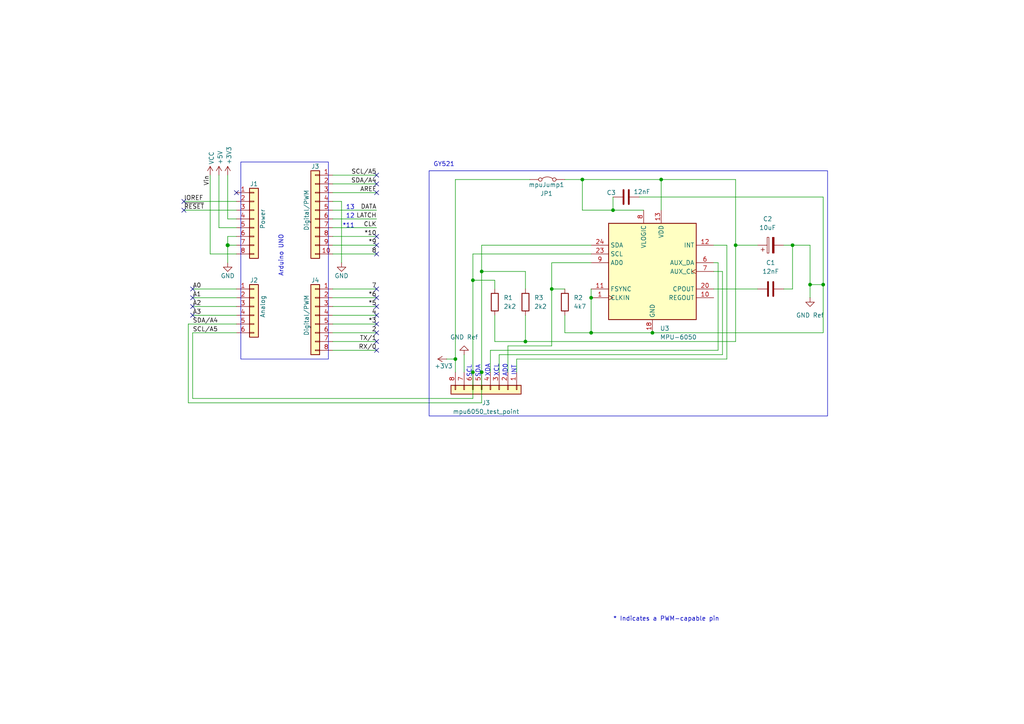
<source format=kicad_sch>
(kicad_sch (version 20231120) (generator "eeschema") (generator_version "8.0")
  (paper "A4")
  (title_block (date "mar. 31 mars 2015"))
  (lib_symbols
    (symbol "+3V3_1" (power) (pin_numbers hide) (pin_names (offset 0) hide)
      (property "Value" "+3V3" (at 0 3.556 0))
      (symbol "+3V3_1_0_1"
        (polyline (pts (xy -0.762 1.27) (xy 0 2.54)))
        (polyline (pts (xy 0 0) (xy 0 2.54)))
        (polyline (pts (xy 0 2.54) (xy 0.762 1.27)))
      )
      (symbol "+3V3_1_1_1"
        (pin power_in line (at 0 0 90) (length 0) (name "~") (number "1"))
      )
    )
    (symbol "Connector_Generic:Conn_01x06" (pin_names (offset 1.016) hide)
      (property "Reference" "J" (at 0 7.62 0))
      (property "Value" "Conn_01x06" (at 0 -10.16 0))
      (symbol "Conn_01x06_1_1"
        (rectangle (start -1.27 -7.493) (end 0 -7.747) (stroke (width 0.1524)))
        (rectangle (start -1.27 -4.953) (end 0 -5.207) (stroke (width 0.1524)))
        (rectangle (start -1.27 -2.413) (end 0 -2.667) (stroke (width 0.1524)))
        (rectangle (start -1.27 0.127) (end 0 -0.127) (stroke (width 0.1524)))
        (rectangle (start -1.27 2.667) (end 0 2.413) (stroke (width 0.1524)))
        (rectangle (start -1.27 5.207) (end 0 4.953) (stroke (width 0.1524)))
        (rectangle (start -1.27 6.35) (end 1.27 -8.89) (stroke (width 0.254)) (fill (type background)))
        (pin passive line (at -5.08 5.08 0) (length 3.81) (name "Pin_1") (number "1"))
        (pin passive line (at -5.08 2.54 0) (length 3.81) (name "Pin_2") (number "2"))
        (pin passive line (at -5.08 0 0) (length 3.81) (name "Pin_3") (number "3"))
        (pin passive line (at -5.08 -2.54 0) (length 3.81) (name "Pin_4") (number "4"))
        (pin passive line (at -5.08 -5.08 0) (length 3.81) (name "Pin_5") (number "5"))
        (pin passive line (at -5.08 -7.62 0) (length 3.81) (name "Pin_6") (number "6"))
      )
    )
    (symbol "Connector_Generic:Conn_01x08" (pin_names (offset 1.016) hide)
      (property "Reference" "J" (at 0 10.16 0))
      (property "Value" "Conn_01x08" (at 0 -12.7 0))
      (symbol "Conn_01x08_1_1"
        (rectangle (start -1.27 -10.033) (end 0 -10.287) (stroke (width 0.1524)))
        (rectangle (start -1.27 -7.493) (end 0 -7.747) (stroke (width 0.1524)))
        (rectangle (start -1.27 -4.953) (end 0 -5.207) (stroke (width 0.1524)))
        (rectangle (start -1.27 -2.413) (end 0 -2.667) (stroke (width 0.1524)))
        (rectangle (start -1.27 0.127) (end 0 -0.127) (stroke (width 0.1524)))
        (rectangle (start -1.27 2.667) (end 0 2.413) (stroke (width 0.1524)))
        (rectangle (start -1.27 5.207) (end 0 4.953) (stroke (width 0.1524)))
        (rectangle (start -1.27 7.747) (end 0 7.493) (stroke (width 0.1524)))
        (rectangle (start -1.27 8.89) (end 1.27 -11.43) (stroke (width 0.254)) (fill (type background)))
        (pin passive line (at -5.08 7.62 0) (length 3.81) (name "Pin_1") (number "1"))
        (pin passive line (at -5.08 5.08 0) (length 3.81) (name "Pin_2") (number "2"))
        (pin passive line (at -5.08 2.54 0) (length 3.81) (name "Pin_3") (number "3"))
        (pin passive line (at -5.08 0 0) (length 3.81) (name "Pin_4") (number "4"))
        (pin passive line (at -5.08 -2.54 0) (length 3.81) (name "Pin_5") (number "5"))
        (pin passive line (at -5.08 -5.08 0) (length 3.81) (name "Pin_6") (number "6"))
        (pin passive line (at -5.08 -7.62 0) (length 3.81) (name "Pin_7") (number "7"))
        (pin passive line (at -5.08 -10.16 0) (length 3.81) (name "Pin_8") (number "8"))
      )
    )
    (symbol "Connector_Generic:Conn_01x10" (pin_names (offset 1.016) hide)
      (property "Reference" "J" (at 0 12.7 0))
      (property "Value" "Conn_01x10" (at 0 -15.24 0))
      (symbol "Conn_01x10_1_1"
        (rectangle (start -1.27 -12.573) (end 0 -12.827) (stroke (width 0.1524)))
        (rectangle (start -1.27 -10.033) (end 0 -10.287) (stroke (width 0.1524)))
        (rectangle (start -1.27 -7.493) (end 0 -7.747) (stroke (width 0.1524)))
        (rectangle (start -1.27 -4.953) (end 0 -5.207) (stroke (width 0.1524)))
        (rectangle (start -1.27 -2.413) (end 0 -2.667) (stroke (width 0.1524)))
        (rectangle (start -1.27 0.127) (end 0 -0.127) (stroke (width 0.1524)))
        (rectangle (start -1.27 2.667) (end 0 2.413) (stroke (width 0.1524)))
        (rectangle (start -1.27 5.207) (end 0 4.953) (stroke (width 0.1524)))
        (rectangle (start -1.27 7.747) (end 0 7.493) (stroke (width 0.1524)))
        (rectangle (start -1.27 10.287) (end 0 10.033) (stroke (width 0.1524)))
        (rectangle (start -1.27 11.43) (end 1.27 -13.97) (stroke (width 0.254)) (fill (type background)))
        (pin passive line (at -5.08 10.16 0) (length 3.81) (name "Pin_1") (number "1"))
        (pin passive line (at -5.08 -12.7 0) (length 3.81) (name "Pin_10") (number "10"))
        (pin passive line (at -5.08 7.62 0) (length 3.81) (name "Pin_2") (number "2"))
        (pin passive line (at -5.08 5.08 0) (length 3.81) (name "Pin_3") (number "3"))
        (pin passive line (at -5.08 2.54 0) (length 3.81) (name "Pin_4") (number "4"))
        (pin passive line (at -5.08 0 0) (length 3.81) (name "Pin_5") (number "5"))
        (pin passive line (at -5.08 -2.54 0) (length 3.81) (name "Pin_6") (number "6"))
        (pin passive line (at -5.08 -5.08 0) (length 3.81) (name "Pin_7") (number "7"))
        (pin passive line (at -5.08 -7.62 0) (length 3.81) (name "Pin_8") (number "8"))
        (pin passive line (at -5.08 -10.16 0) (length 3.81) (name "Pin_9") (number "9"))
      )
    )
    (symbol "Device:C" (pin_numbers hide) (pin_names (offset 0.254))
      (property "Reference" "C" (at 0.635 2.54 0))
      (property "Value" "C" (at 0.635 -2.54 0))
      (symbol "C_0_1"
        (polyline (pts (xy -2.032 -0.762) (xy 2.032 -0.762)) (stroke (width 0.508)))
        (polyline (pts (xy -2.032 0.762) (xy 2.032 0.762)) (stroke (width 0.508)))
      )
      (symbol "C_1_1"
        (pin passive line (at 0 3.81 270) (length 2.794) (name "~") (number "1"))
        (pin passive line (at 0 -3.81 90) (length 2.794) (name "~") (number "2"))
      )
    )
    (symbol "Device:C_Polarized" (pin_numbers hide) (pin_names (offset 0.254))
      (property "Reference" "C" (at 0.635 2.54 0))
      (property "Value" "C_Polarized" (at 0.635 -2.54 0))
      (symbol "C_Polarized_0_1"
        (rectangle (start -2.286 0.508) (end 2.286 1.016))
        (polyline (pts (xy -1.778 2.286) (xy -0.762 2.286)))
        (polyline (pts (xy -1.27 2.794) (xy -1.27 1.778)))
        (rectangle (start 2.286 -0.508) (end -2.286 -1.016) (fill (type outline)))
      )
      (symbol "C_Polarized_1_1"
        (pin passive line (at 0 3.81 270) (length 2.794) (name "~") (number "1"))
        (pin passive line (at 0 -3.81 90) (length 2.794) (name "~") (number "2"))
      )
    )
    (symbol "Device:R" (pin_numbers hide) (pin_names (offset 0))
      (property "Reference" "R" (at 2.032 0 90))
      (property "Value" "R" (at 0 0 90))
      (symbol "R_0_1"
        (rectangle (start -1.016 -2.54) (end 1.016 2.54) (stroke (width 0.254)))
      )
      (symbol "R_1_1"
        (pin passive line (at 0 3.81 270) (length 1.27) (name "~") (number "1"))
        (pin passive line (at 0 -3.81 90) (length 1.27) (name "~") (number "2"))
      )
    )
    (symbol "GND_1" (power) (pin_numbers hide) (pin_names (offset 0) hide)
      (property "Value" "GND" (at 0 -3.81 0))
      (symbol "GND_1_0_1"
        (polyline (pts (xy 0 0) (xy 0 -1.27) (xy 1.27 -1.27) (xy 0 -2.54) (xy -1.27 -1.27) (xy 0 -1.27)))
      )
      (symbol "GND_1_1_1"
        (pin power_in line (at 0 0 270) (length 0) (name "~") (number "1"))
      )
    )
    (symbol "Jumper:Jumper_2_Bridged" (pin_numbers hide) (pin_names (offset 0) hide) (exclude_from_sim yes)
      (property "Reference" "JP" (at 0 1.905 0))
      (property "Value" "Jumper_2_Bridged" (at 0 -2.54 0))
      (symbol "Jumper_2_Bridged_0_0"
        (circle (center -2.032 0) (radius 0.508))
        (circle (center 2.032 0) (radius 0.508))
      )
      (symbol "Jumper_2_Bridged_0_1"
        (arc (start 1.524 0.254) (mid 0 0.762) (end -1.524 0.254))
      )
      (symbol "Jumper_2_Bridged_1_1"
        (pin passive line (at -5.08 0 0) (length 2.54) (name "A") (number "1"))
        (pin passive line (at 5.08 0 180) (length 2.54) (name "B") (number "2"))
      )
    )
    (symbol "Sensor_Motion:MPU-6050"
      (property "Reference" "U" (at -11.43 13.97 0))
      (property "Value" "MPU-6050" (at 7.62 -15.24 0))
      (symbol "MPU-6050_0_0"
        (text "" (at 12.7 -2.54 0) (effects (font (size 1.27 1.27))))
      )
      (symbol "MPU-6050_0_1"
        (rectangle (start -12.7 13.97) (end 12.7 -13.97) (stroke (width 0.254)) (fill (type background)))
      )
      (symbol "MPU-6050_1_1"
        (pin input clock (at -17.78 -7.62 0) (length 5.08) (name "CLKIN") (number "1"))
        (pin passive line (at 17.78 -7.62 180) (length 5.08) (name "REGOUT") (number "10"))
        (pin input line (at -17.78 -5.08 0) (length 5.08) (name "FSYNC") (number "11"))
        (pin output line (at 17.78 7.62 180) (length 5.08) (name "INT") (number "12"))
        (pin power_in line (at 2.54 17.78 270) (length 3.81) (name "VDD") (number "13"))
        (pin no_connect line (at -12.7 -10.16 0) (length 2.54) hide (name "NC") (number "14"))
        (pin no_connect line (at 12.7 12.7 180) (length 2.54) hide (name "NC") (number "15"))
        (pin no_connect line (at 12.7 10.16 180) (length 2.54) hide (name "NC") (number "16"))
        (pin no_connect line (at 12.7 5.08 180) (length 2.54) hide (name "NC") (number "17"))
        (pin power_in line (at 0 -17.78 90) (length 3.81) (name "GND") (number "18"))
        (pin no_connect line (at 12.7 -10.16 180) (length 2.54) hide (name "RESV") (number "19"))
        (pin no_connect line (at -12.7 12.7 0) (length 2.54) hide (name "NC") (number "2"))
        (pin passive line (at 17.78 -5.08 180) (length 5.08) (name "CPOUT") (number "20"))
        (pin no_connect line (at 12.7 -2.54 180) (length 2.54) hide (name "RESV") (number "21"))
        (pin no_connect line (at 12.7 -12.7 180) (length 2.54) hide (name "RESV") (number "22"))
        (pin input line (at -17.78 5.08 0) (length 5.08) (name "SCL") (number "23"))
        (pin bidirectional line (at -17.78 7.62 0) (length 5.08) (name "SDA") (number "24"))
        (pin no_connect line (at -12.7 10.16 0) (length 2.54) hide (name "NC") (number "3"))
        (pin no_connect line (at -12.7 0 0) (length 2.54) hide (name "NC") (number "4"))
        (pin no_connect line (at -12.7 -2.54 0) (length 2.54) hide (name "NC") (number "5"))
        (pin bidirectional line (at 17.78 2.54 180) (length 5.08) (name "AUX_DA") (number "6"))
        (pin output clock (at 17.78 0 180) (length 5.08) (name "AUX_CL") (number "7"))
        (pin power_in line (at -2.54 17.78 270) (length 3.81) (name "VLOGIC") (number "8"))
        (pin input line (at -17.78 2.54 0) (length 5.08) (name "AD0") (number "9"))
      )
    )
    (symbol "power:+3V3" (power) (pin_names (offset 0))
      (property "Value" "+3V3" (at 0 3.556 0))
      (symbol "+3V3_0_1"
        (polyline (pts (xy -0.762 1.27) (xy 0 2.54)))
        (polyline (pts (xy 0 0) (xy 0 2.54)))
        (polyline (pts (xy 0 2.54) (xy 0.762 1.27)))
      )
      (symbol "+3V3_1_1"
        (pin power_in line (at 0 0 90) (length 0) hide (name "+3V3") (number "1"))
      )
    )
    (symbol "power:+5V" (power) (pin_names (offset 0))
      (property "Value" "+5V" (at 0 3.556 0))
      (symbol "+5V_0_1"
        (polyline (pts (xy -0.762 1.27) (xy 0 2.54)))
        (polyline (pts (xy 0 0) (xy 0 2.54)))
        (polyline (pts (xy 0 2.54) (xy 0.762 1.27)))
      )
      (symbol "+5V_1_1"
        (pin power_in line (at 0 0 90) (length 0) hide (name "+5V") (number "1"))
      )
    )
    (symbol "power:GND" (power) (pin_names (offset 0))
      (property "Value" "GND" (at 0 -3.81 0))
      (symbol "GND_0_1"
        (polyline (pts (xy 0 0) (xy 0 -1.27) (xy 1.27 -1.27) (xy 0 -2.54) (xy -1.27 -1.27) (xy 0 -1.27)))
      )
      (symbol "GND_1_1"
        (pin power_in line (at 0 0 270) (length 0) hide (name "GND") (number "1"))
      )
    )
    (symbol "power:VCC" (power) (pin_names (offset 0))
      (property "Value" "VCC" (at 0 3.81 0))
      (symbol "VCC_0_1"
        (polyline (pts (xy -0.762 1.27) (xy 0 2.54)))
        (polyline (pts (xy 0 0) (xy 0 2.54)))
        (polyline (pts (xy 0 2.54) (xy 0.762 1.27)))
      )
      (symbol "VCC_1_1"
        (pin power_in line (at 0 0 90) (length 0) hide (name "VCC") (number "1"))
      )
    )
  )
  (junction (at 160.02 83.82))
  (junction (at 229.87 71.12))
  (junction (at 152.4 99.06))
  (junction (at 66.04 71.12) (diameter 1.016))
  (junction (at 171.45 96.52))
  (junction (at 189.23 96.52))
  (junction (at 132.08 104.14))
  (junction (at 137.16 81.28))
  (junction (at 139.7 78.74))
  (junction (at 171.45 86.36))
  (junction (at 238.76 82.55))
  (junction (at 234.95 82.55))
  (junction (at 191.77 52.07))
  (junction (at 139.7 107.95))
  (junction (at 177.8 60.96))
  (junction (at 137.16 107.95))
  (junction (at 168.91 52.07))
  (junction (at 213.36 71.12))
  (no_connect (at 109.22 68.58))
  (no_connect (at 53.34 58.42))
  (no_connect (at 109.22 53.34))
  (no_connect (at 55.88 91.44))
  (no_connect (at 109.22 96.52))
  (no_connect (at 109.22 73.66))
  (no_connect (at 109.22 86.36))
  (no_connect (at 109.22 88.9))
  (no_connect (at 109.22 55.88))
  (no_connect (at 109.22 93.98))
  (no_connect (at 109.22 99.06))
  (no_connect (at 55.88 88.9))
  (no_connect (at 109.22 91.44))
  (no_connect (at 55.88 83.82))
  (no_connect (at 53.34 60.96))
  (no_connect (at 109.22 50.8))
  (no_connect (at 109.22 101.6))
  (no_connect (at 68.58 55.88))
  (no_connect (at 55.88 86.36))
  (no_connect (at 109.22 71.12))
  (no_connect (at 109.22 83.82))
  (wire (pts (xy 168.91 52.07) (xy 191.77 52.07)))
  (wire (pts (xy 96.52 101.6) (xy 109.22 101.6)))
  (wire (pts (xy 191.77 52.07) (xy 191.77 60.96)))
  (wire (pts (xy 134.62 102.87) (xy 134.62 107.95)))
  (wire (pts (xy 96.52 68.58) (xy 109.22 68.58)))
  (wire (pts (xy 55.88 115.57) (xy 137.16 115.57)))
  (wire (pts (xy 96.52 50.8) (xy 109.22 50.8)))
  (wire (pts (xy 137.16 81.28) (xy 137.16 107.95)))
  (wire (pts (xy 132.08 52.07) (xy 153.67 52.07)))
  (wire (pts (xy 54.61 116.84) (xy 139.7 116.84)))
  (wire (pts (xy 139.7 78.74) (xy 139.7 107.95)))
  (wire (pts (xy 210.82 71.12) (xy 210.82 104.14)))
  (wire (pts (xy 207.01 83.82) (xy 219.71 83.82)))
  (wire (pts (xy 160.02 76.2) (xy 160.02 83.82)))
  (wire (pts (xy 163.83 91.44) (xy 163.83 96.52)))
  (wire (pts (xy 66.04 68.58) (xy 66.04 71.12)))
  (wire (pts (xy 147.32 107.95) (xy 147.32 100.33)))
  (wire (pts (xy 137.16 107.95) (xy 137.16 115.57)))
  (wire (pts (xy 55.88 96.52) (xy 68.58 96.52)))
  (wire (pts (xy 208.28 76.2) (xy 208.28 101.6)))
  (wire (pts (xy 177.8 57.15) (xy 177.8 60.96)))
  (wire (pts (xy 66.04 71.12) (xy 66.04 76.2)))
  (wire (pts (xy 143.51 99.06) (xy 152.4 99.06)))
  (wire (pts (xy 168.91 60.96) (xy 177.8 60.96)))
  (wire (pts (xy 163.83 52.07) (xy 168.91 52.07)))
  (wire (pts (xy 55.88 115.57) (xy 55.88 96.52)))
  (wire (pts (xy 160.02 83.82) (xy 160.02 100.33)))
  (wire (pts (xy 66.04 63.5) (xy 68.58 63.5)))
  (wire (pts (xy 171.45 76.2) (xy 160.02 76.2)))
  (wire (pts (xy 63.5 66.04) (xy 68.58 66.04)))
  (wire (pts (xy 63.5 50.8) (xy 63.5 66.04)))
  (wire (pts (xy 171.45 83.82) (xy 171.45 86.36)))
  (wire (pts (xy 163.83 96.52) (xy 171.45 96.52)))
  (wire (pts (xy 207.01 78.74) (xy 209.55 78.74)))
  (wire (pts (xy 96.52 60.96) (xy 109.22 60.96)))
  (wire (pts (xy 66.04 50.8) (xy 66.04 63.5)))
  (wire (pts (xy 96.52 83.82) (xy 109.22 83.82)))
  (wire (pts (xy 68.58 83.82) (xy 55.88 83.82)))
  (wire (pts (xy 234.95 71.12) (xy 234.95 82.55)))
  (wire (pts (xy 96.52 63.5) (xy 109.22 63.5)))
  (wire (pts (xy 96.52 86.36) (xy 109.22 86.36)))
  (wire (pts (xy 54.61 93.98) (xy 68.58 93.98)))
  (wire (pts (xy 171.45 86.36) (xy 171.45 96.52)))
  (wire (pts (xy 177.8 60.96) (xy 186.69 60.96)))
  (wire (pts (xy 213.36 71.12) (xy 213.36 99.06)))
  (wire (pts (xy 132.08 104.14) (xy 132.08 52.07)))
  (wire (pts (xy 143.51 83.82) (xy 143.51 81.28)))
  (wire (pts (xy 207.01 71.12) (xy 210.82 71.12)))
  (wire (pts (xy 234.95 82.55) (xy 238.76 82.55)))
  (wire (pts (xy 139.7 107.95) (xy 139.7 116.84)))
  (wire (pts (xy 96.52 71.12) (xy 109.22 71.12)))
  (wire (pts (xy 229.87 83.82) (xy 229.87 71.12)))
  (wire (pts (xy 234.95 82.55) (xy 234.95 86.36)))
  (wire (pts (xy 152.4 78.74) (xy 139.7 78.74)))
  (wire (pts (xy 96.52 91.44) (xy 109.22 91.44)))
  (wire (pts (xy 53.34 58.42) (xy 68.58 58.42)))
  (wire (pts (xy 137.16 73.66) (xy 137.16 81.28)))
  (wire (pts (xy 168.91 52.07) (xy 168.91 60.96)))
  (wire (pts (xy 152.4 83.82) (xy 152.4 78.74)))
  (wire (pts (xy 99.06 58.42) (xy 99.06 76.2)))
  (wire (pts (xy 209.55 78.74) (xy 209.55 102.87)))
  (wire (pts (xy 96.52 55.88) (xy 109.22 55.88)))
  (wire (pts (xy 68.58 88.9) (xy 55.88 88.9)))
  (wire (pts (xy 53.34 60.96) (xy 68.58 60.96)))
  (wire (pts (xy 147.32 100.33) (xy 160.02 100.33)))
  (wire (pts (xy 68.58 71.12) (xy 66.04 71.12)))
  (wire (pts (xy 207.01 76.2) (xy 208.28 76.2)))
  (wire (pts (xy 143.51 91.44) (xy 143.51 99.06)))
  (wire (pts (xy 143.51 81.28) (xy 137.16 81.28)))
  (wire (pts (xy 238.76 96.52) (xy 238.76 82.55)))
  (wire (pts (xy 132.08 107.95) (xy 132.08 104.14)))
  (wire (pts (xy 208.28 101.6) (xy 142.24 101.6)))
  (wire (pts (xy 68.58 73.66) (xy 60.96 73.66)))
  (wire (pts (xy 229.87 71.12) (xy 234.95 71.12)))
  (wire (pts (xy 55.88 86.36) (xy 68.58 86.36)))
  (wire (pts (xy 213.36 71.12) (xy 219.71 71.12)))
  (wire (pts (xy 227.33 83.82) (xy 229.87 83.82)))
  (wire (pts (xy 96.52 58.42) (xy 99.06 58.42)))
  (wire (pts (xy 54.61 116.84) (xy 54.61 93.98)))
  (wire (pts (xy 68.58 68.58) (xy 66.04 68.58)))
  (wire (pts (xy 171.45 96.52) (xy 189.23 96.52)))
  (wire (pts (xy 96.52 66.04) (xy 109.22 66.04)))
  (wire (pts (xy 189.23 96.52) (xy 238.76 96.52)))
  (wire (pts (xy 96.52 88.9) (xy 109.22 88.9)))
  (wire (pts (xy 209.55 102.87) (xy 144.78 102.87)))
  (wire (pts (xy 55.88 91.44) (xy 68.58 91.44)))
  (wire (pts (xy 144.78 102.87) (xy 144.78 107.95)))
  (wire (pts (xy 238.76 82.55) (xy 238.76 57.15)))
  (wire (pts (xy 213.36 52.07) (xy 213.36 71.12)))
  (wire (pts (xy 171.45 73.66) (xy 137.16 73.66)))
  (wire (pts (xy 129.54 104.14) (xy 132.08 104.14)))
  (wire (pts (xy 96.52 53.34) (xy 109.22 53.34)))
  (wire (pts (xy 185.42 57.15) (xy 238.76 57.15)))
  (wire (pts (xy 149.86 104.14) (xy 149.86 107.95)))
  (wire (pts (xy 96.52 96.52) (xy 109.22 96.52)))
  (wire (pts (xy 152.4 99.06) (xy 213.36 99.06)))
  (wire (pts (xy 96.52 93.98) (xy 109.22 93.98)))
  (wire (pts (xy 139.7 71.12) (xy 139.7 78.74)))
  (wire (pts (xy 142.24 101.6) (xy 142.24 107.95)))
  (wire (pts (xy 152.4 91.44) (xy 152.4 99.06)))
  (wire (pts (xy 191.77 52.07) (xy 213.36 52.07)))
  (wire (pts (xy 171.45 71.12) (xy 139.7 71.12)))
  (wire (pts (xy 96.52 99.06) (xy 109.22 99.06)))
  (wire (pts (xy 60.96 73.66) (xy 60.96 50.8)))
  (wire (pts (xy 160.02 83.82) (xy 163.83 83.82)))
  (wire (pts (xy 227.33 71.12) (xy 229.87 71.12)))
  (wire (pts (xy 210.82 104.14) (xy 149.86 104.14)))
  (wire (pts (xy 96.52 73.66) (xy 109.22 73.66)))
  (rectangle (start 124.46 49.53) (end 240.03 120.65))
  (rectangle (start 95.25 46.99) (end 69.85 104.14))
  (text "13" (at 101.6 60.198 0) (effects (font (size 1.27 1.27))))
  (text "XDA" (at 141.478 107.442 90) (effects (font (size 1.27 1.27))))
  (text "AD0" (at 146.558 107.442 90) (effects (font (size 1.27 1.27))))
  (text "INT" (at 149.098 107.442 90) (effects (font (size 1.27 1.27))))
  (text "SDA" (at 138.684 107.696 90) (effects (font (size 1.27 1.27))))
  (text "Arduino UNO" (at 81.534 74.168 90) (effects (font (size 1.27 1.27))))
  (text "XCL" (at 144.018 107.442 90) (effects (font (size 1.27 1.27))))
  (text "12" (at 101.6 62.738 0) (effects (font (size 1.27 1.27))))
  (text "* Indicates a PWM-capable pin" (at 177.8 180.34 0) (effects (font (size 1.27 1.27)) (justify left bottom)))
  (text "SCL" (at 136.144 107.696 90) (effects (font (size 1.27 1.27))))
  (text "GY521" (at 128.778 47.752 0) (effects (font (size 1.27 1.27))))
  (text "*11" (at 101.092 65.532 0) (effects (font (size 1.27 1.27))))
  (label "RX{slash}0" (at 109.22 101.6 180))
  (label "A2" (at 55.88 88.9 0))
  (label "4" (at 109.22 91.44 180))
  (label "2" (at 109.22 96.52 180))
  (label "A3" (at 55.88 91.44 0))
  (label "DATA" (at 109.22 60.96 180))
  (label "LATCH" (at 109.22 63.5 180))
  (label "~{RESET}" (at 53.34 60.96 0))
  (label "*10" (at 109.22 68.58 180))
  (label "7" (at 109.22 83.82 180))
  (label "SDA{slash}A4" (at 109.22 53.34 180))
  (label "8" (at 109.22 73.66 180))
  (label "CLK" (at 109.22 66.04 180))
  (label "*3" (at 109.22 93.98 180))
  (label "A1" (at 55.88 86.36 0))
  (label "TX{slash}1" (at 109.22 99.06 180))
  (label "A0" (at 55.88 83.82 0))
  (label "AREF" (at 109.22 55.88 180))
  (label "Vin" (at 60.96 50.8 270))
  (label "*6" (at 109.22 86.36 180))
  (label "SCL{slash}A5" (at 109.22 50.8 180))
  (label "*9" (at 109.22 71.12 180))
  (label "*5" (at 109.22 88.9 180))
  (label "IOREF" (at 53.34 58.42 0))
  (label "SDA{slash}A4" (at 55.88 93.98 0))
  (label "SCL{slash}A5" (at 55.88 96.52 0))
  (symbol (lib_id "Connector_Generic:Conn_01x08") (at 73.66 63.5 0) (unit 1)
    (property "Reference" "J1" (at 73.66 53.34 0))
    (property "Value" "Power" (at 76.2 63.5 90))
    (property "Footprint" "Connector_PinSocket_2.54mm:PinSocket_1x08_P2.54mm_Vertical" (effects (hide yes)))
  )
  (symbol (lib_id "power:+3V3") (at 66.04 50.8 0) (unit 1)
    (property "Reference" "#PWR3" (effects (hide yes)))
    (property "Value" "+3V3" (at 66.421 47.752 90) (effects (justify left)))
  )
  (symbol (lib_id "power:+5V") (at 63.5 50.8 0) (unit 1)
    (property "Reference" "#PWR2" (effects (hide yes)))
    (property "Value" "+5V" (at 63.8556 47.752 90) (effects (justify left)))
  )
  (symbol (lib_id "power:GND") (at 66.04 76.2 0) (unit 1)
    (property "Reference" "#PWR4" (effects (hide yes)))
    (property "Value" "GND" (at 66.04 80.01 0))
  )
  (symbol (lib_id "Connector_Generic:Conn_01x10") (at 91.44 60.96 0) (mirror y) (unit 1)
    (property "Reference" "J3" (at 91.44 48.26 0))
    (property "Value" "Digital/PWM" (at 88.9 60.96 90))
    (property "Footprint" "Connector_PinSocket_2.54mm:PinSocket_1x10_P2.54mm_Vertical" (effects (hide yes)))
  )
  (symbol (lib_id "power:GND") (at 99.06 76.2 0) (unit 1)
    (property "Reference" "#PWR5" (effects (hide yes)))
    (property "Value" "GND" (at 99.06 80.01 0))
  )
  (symbol (lib_id "Connector_Generic:Conn_01x06") (at 73.66 88.9 0) (unit 1)
    (property "Reference" "J2" (at 73.66 81.28 0))
    (property "Value" "Analog" (at 76.2 88.9 90))
    (property "Footprint" "Connector_PinSocket_2.54mm:PinSocket_1x06_P2.54mm_Vertical" (effects (hide yes)))
  )
  (symbol (lib_id "Connector_Generic:Conn_01x08") (at 91.44 91.44 0) (mirror y) (unit 1)
    (property "Reference" "J4" (at 91.44 81.28 0))
    (property "Value" "Digital/PWM" (at 88.9 91.44 90))
    (property "Footprint" "Connector_PinSocket_2.54mm:PinSocket_1x08_P2.54mm_Vertical" (effects (hide yes)))
  )
  (symbol (lib_name "GND_1") (lib_id "power:GND") (at 134.62 102.87 180) (unit 1)
    (property "Reference" "#PWR7" (effects (hide yes)))
    (property "Value" "GND Ref" (at 134.62 97.79 0))
    (property "Description" "Power symbol creates a global label with name \"GND\" , ground" (effects (hide yes)))
  )
  (symbol (lib_id "Device:C_Polarized") (at 223.52 71.12 90) (unit 1)
    (property "Reference" "C2" (at 222.631 63.5 90))
    (property "Value" "10uF" (at 222.631 66.04 90))
    (property "Description" "Polarized capacitor" (effects (hide yes)))
  )
  (symbol (lib_id "Device:C") (at 181.61 57.15 90) (unit 1)
    (property "Reference" "C3" (at 177.292 55.88 90))
    (property "Value" "12nF" (at 186.182 55.626 90))
    (property "Description" "Unpolarized capacitor" (effects (hide yes)))
  )
  (symbol (lib_id "Jumper:Jumper_2_Bridged") (at 158.75 52.07 0) (unit 1) (exclude_from_sim yes)
    (property "Reference" "JP1" (at 158.496 56.134 0))
    (property "Value" "mpuJump1" (at 158.496 53.594 0))
    (property "Description" "Jumper, 2-pole, closed/bridged" (effects (hide yes)))
  )
  (symbol (lib_id "Device:R") (at 163.83 87.63 0) (unit 1)
    (property "Reference" "R2" (at 166.37 86.3599 0) (effects (justify left)))
    (property "Value" "4k7" (at 166.37 88.8999 0) (effects (justify left)))
    (property "Description" "Resistor" (effects (hide yes)))
  )
  (symbol (lib_id "Device:R") (at 152.4 87.63 0) (unit 1)
    (property "Reference" "R3" (at 154.94 86.3599 0) (effects (justify left)))
    (property "Value" "2k2" (at 154.94 88.8999 0) (effects (justify left)))
    (property "Description" "Resistor" (effects (hide yes)))
  )
  (symbol (lib_id "Connector_Generic:Conn_01x08") (at 142.24 113.03 270) (unit 1)
    (property "Reference" "J3" (at 140.97 116.84 90))
    (property "Value" "mpu6050_test_point" (at 140.97 119.38 90))
    (property "Description" "Generic connector, single row, 01x08, script generated (kicad-library-utils/schlib/autogen/connector/)" (effects (hide yes)))
  )
  (symbol (lib_id "Device:R") (at 143.51 87.63 0) (unit 1)
    (property "Reference" "R1" (at 146.05 86.3599 0) (effects (justify left)))
    (property "Value" "2k2" (at 146.05 88.8999 0) (effects (justify left)))
    (property "Description" "Resistor" (effects (hide yes)))
  )
  (symbol (lib_id "power:VCC") (at 60.96 50.8 0) (unit 1)
    (property "Reference" "#PWR1" (effects (hide yes)))
    (property "Value" "VCC" (at 61.341 47.752 90) (effects (justify left)))
  )
  (symbol (lib_name "+3V3_1") (lib_id "power:+3V3") (at 129.54 104.14 90) (unit 1)
    (property "Reference" "#PWR8" (effects (hide yes)))
    (property "Value" "+3V3" (at 131.318 106.172 90) (effects (justify left)))
    (property "Description" "Power symbol creates a global label with name \"+3V3\"" (effects (hide yes)))
  )
  (symbol (lib_id "Device:C") (at 223.52 83.82 90) (unit 1)
    (property "Reference" "C1" (at 223.52 76.2 90))
    (property "Value" "12nF" (at 223.52 78.74 90))
    (property "Description" "Unpolarized capacitor" (effects (hide yes)))
  )
  (symbol (lib_name "GND_1") (lib_id "power:GND") (at 234.95 86.36 0) (unit 1)
    (property "Reference" "#PWR6" (effects (hide yes)))
    (property "Value" "GND Ref" (at 234.95 91.44 0))
    (property "Description" "Power symbol creates a global label with name \"GND\" , ground" (effects (hide yes)))
  )
  (symbol (lib_id "Sensor_Motion:MPU-6050") (at 189.23 78.74 0) (unit 1)
    (property "Reference" "U3" (at 191.4241 95.25 0) (effects (justify left)))
    (property "Value" "MPU-6050" (at 191.4241 97.79 0) (effects (justify left)))
    (property "Footprint" "Sensor_Motion:InvenSense_QFN-24_4x4mm_P0.5mm" (effects (hide yes)))
    (property "Datasheet" "https://invensense.tdk.com/wp-content/uploads/2015/02/MPU-6000-Datasheet1.pdf" (effects (hide yes)))
    (property "Description" "InvenSense 6-Axis Motion Sensor, Gyroscope, Accelerometer, I2C" (effects (hide yes)))
  )
)
</source>
